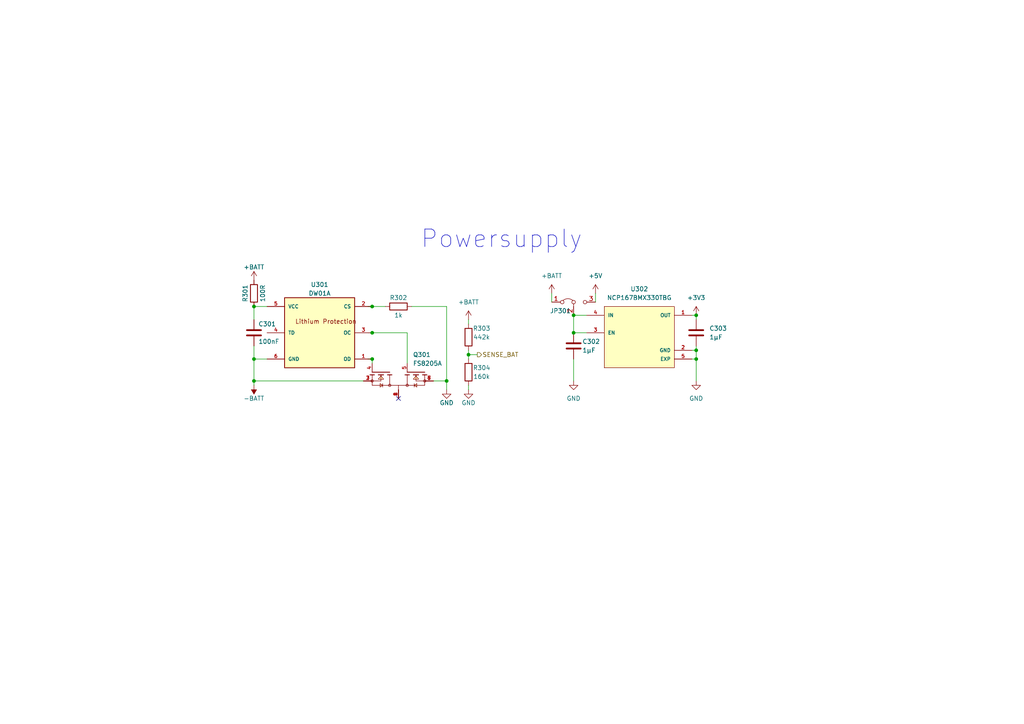
<source format=kicad_sch>
(kicad_sch (version 20211123) (generator eeschema)
  (paper "A4")
  (title_block (title "FabReader2") (date "2022-06-20") (rev "0.2") (company "RLKM UG (haftungsbeschränkt)") (comment 1 "Autoren: Joseph Langosch, Kai Kriegel"))
  (lib_symbols
    (symbol "DW01A:DW01A" (pin_names (offset 1.016))
      (property "Reference" "IC" (at -5.08 11.43 0))
      (property "Value" "DW01A" (at -5.08 -12.7 0))
      (symbol "DW01A_0_0"
        (rectangle (start -10.16 -10.16) (end 10.16 10.16) (stroke (width 0.254)) (fill (type background)))
        (text "Lithium Protection" (at -7.112 2.54 0) (effects (font (size 1.27 1.27)) (justify left bottom)))
        (pin bidirectional line (at 15.24 -7.62 180) (length 5.08) (name "OD") (number "1"))
        (pin bidirectional line (at 15.24 7.62 180) (length 5.08) (name "CS") (number "2"))
        (pin bidirectional line (at 15.24 0 180) (length 5.08) (name "OC") (number "3"))
        (pin bidirectional line (at -15.24 0 0) (length 5.08) (name "TD") (number "4"))
        (pin power_in line (at -15.24 7.62 0) (length 5.08) (name "VCC") (number "5"))
        (pin power_in line (at -15.24 -7.62 0) (length 5.08) (name "GND") (number "6"))
      )
    )
    (symbol "Device:C" (pin_numbers hide) (pin_names (offset 0.254))
      (property "Reference" "C" (at 0.635 2.54 0))
      (property "Value" "C" (at 0.635 -2.54 0))
      (symbol "C_0_1"
        (polyline (pts (xy -2.032 -0.762) (xy 2.032 -0.762)) (stroke (width 0.508)))
        (polyline (pts (xy -2.032 0.762) (xy 2.032 0.762)) (stroke (width 0.508)))
      )
      (symbol "C_1_1"
        (pin passive line (at 0 3.81 270) (length 2.794) (name "~") (number "1"))
        (pin passive line (at 0 -3.81 90) (length 2.794) (name "~") (number "2"))
      )
    )
    (symbol "Device:R" (pin_numbers hide) (pin_names (offset 0))
      (property "Reference" "R" (at 2.032 0 90))
      (property "Value" "R" (at 0 0 90))
      (symbol "R_0_1"
        (rectangle (start -1.016 -2.54) (end 1.016 2.54) (stroke (width 0.254)))
      )
      (symbol "R_1_1"
        (pin passive line (at 0 3.81 270) (length 1.27) (name "~") (number "1"))
        (pin passive line (at 0 -3.81 90) (length 1.27) (name "~") (number "2"))
      )
    )
    (symbol "FS8205A:FS8205A" (pin_names (offset 1.016) hide)
      (property "Reference" "Q" (at -11.43 7.62 0))
      (property "Value" "FS8205A" (at -11.43 -12.7 0))
      (symbol "FS8205A_0_0"
        (circle (center 0 -7.62) (radius 0.3556))
        (polyline (pts (xy -2.54 -2.54) (xy -2.54 -7.62)) (stroke (width 0.254)))
        (polyline (pts (xy -2.54 7.62) (xy -2.54 2.54)) (stroke (width 0.254)))
        (polyline (pts (xy -1.778 -7.62) (xy -1.778 -8.255)) (stroke (width 0.254)))
        (polyline (pts (xy -1.778 -6.985) (xy -1.778 -7.62)) (stroke (width 0.254)))
        (polyline (pts (xy -1.778 -5.08) (xy -1.778 -5.842)) (stroke (width 0.254)))
        (polyline (pts (xy -1.778 -5.08) (xy 0 -5.08)) (stroke (width 0.1524)))
        (polyline (pts (xy -1.778 -4.318) (xy -1.778 -5.08)) (stroke (width 0.254)))
        (polyline (pts (xy -1.778 -2.54) (xy -1.778 -3.175)) (stroke (width 0.254)))
        (polyline (pts (xy -1.778 -2.54) (xy 1.27 -2.54)) (stroke (width 0.1524)))
        (polyline (pts (xy -1.778 -1.905) (xy -1.778 -2.54)) (stroke (width 0.254)))
        (polyline (pts (xy -1.778 2.54) (xy -1.778 1.905)) (stroke (width 0.254)))
        (polyline (pts (xy -1.778 3.175) (xy -1.778 2.54)) (stroke (width 0.254)))
        (polyline (pts (xy -1.778 5.08) (xy -1.778 4.318)) (stroke (width 0.254)))
        (polyline (pts (xy -1.778 5.08) (xy 0 5.08)) (stroke (width 0.1524)))
        (polyline (pts (xy -1.778 5.842) (xy -1.778 5.08)) (stroke (width 0.254)))
        (polyline (pts (xy -1.778 7.62) (xy -1.778 6.985)) (stroke (width 0.254)))
        (polyline (pts (xy -1.778 7.62) (xy 1.27 7.62)) (stroke (width 0.1524)))
        (polyline (pts (xy -1.778 8.255) (xy -1.778 7.62)) (stroke (width 0.254)))
        (polyline (pts (xy 0 -7.62) (xy -1.778 -7.62)) (stroke (width 0.1524)))
        (polyline (pts (xy 0 -7.62) (xy 1.27 -7.62)) (stroke (width 0.1524)))
        (polyline (pts (xy 0 -5.08) (xy 0 -7.62)) (stroke (width 0.1524)))
        (polyline (pts (xy 0 7.62) (xy 0 5.08)) (stroke (width 0.1524)))
        (polyline (pts (xy 0.762 4.572) (xy 1.27 4.572)) (stroke (width 0.1524)))
        (polyline (pts (xy 1.27 -4.572) (xy 0.762 -4.572)) (stroke (width 0.1524)))
        (polyline (pts (xy 1.27 -4.572) (xy 1.27 -7.62)) (stroke (width 0.1524)))
        (polyline (pts (xy 1.27 -2.54) (xy 1.27 -4.572)) (stroke (width 0.1524)))
        (polyline (pts (xy 1.27 -2.54) (xy 1.27 0)) (stroke (width 0.1524)))
        (polyline (pts (xy 1.27 0) (xy 1.27 2.54)) (stroke (width 0.1524)))
        (polyline (pts (xy 1.27 0) (xy 2.54 0)) (stroke (width 0.1524)))
        (polyline (pts (xy 1.27 2.54) (xy -1.778 2.54)) (stroke (width 0.1524)))
        (polyline (pts (xy 1.27 2.54) (xy 1.27 4.572)) (stroke (width 0.1524)))
        (polyline (pts (xy 1.27 4.572) (xy 1.27 7.62)) (stroke (width 0.1524)))
        (polyline (pts (xy 1.27 4.572) (xy 1.778 4.572)) (stroke (width 0.1524)))
        (polyline (pts (xy 1.778 -4.572) (xy 1.27 -4.572)) (stroke (width 0.1524)))
        (polyline (pts (xy -1.524 -5.08) (xy -0.508 -4.318) (xy -0.508 -5.842) (xy -1.524 -5.08)) (stroke (width 0.1524)) (fill (type background)))
        (polyline (pts (xy -1.524 5.08) (xy -0.508 5.842) (xy -0.508 4.318) (xy -1.524 5.08)) (stroke (width 0.1524)) (fill (type background)))
        (polyline (pts (xy 1.27 -4.572) (xy 0.762 -5.334) (xy 1.778 -5.334) (xy 1.27 -4.572)) (stroke (width 0.1524)) (fill (type background)))
        (polyline (pts (xy 1.27 4.572) (xy 1.778 5.334) (xy 0.762 5.334) (xy 1.27 4.572)) (stroke (width 0.1524)) (fill (type background)))
        (circle (center 0 7.62) (radius 0.3556))
        (circle (center 1.27 -2.54) (radius 0.3556))
        (circle (center 1.27 2.54) (radius 0.3556))
        (pin passive line (at 5.08 0 180) (length 2.54) (name "~") (number "1"))
        (pin passive line (at 0 -10.16 90) (length 2.54) (name "~") (number "2"))
        (pin passive line (at 0 -10.16 90) (length 2.54) (name "~") (number "3"))
        (pin passive line (at -5.08 -7.62 0) (length 2.54) (name "~") (number "4"))
        (pin passive line (at -5.08 2.54 0) (length 2.54) (name "~") (number "5"))
        (pin passive line (at 0 10.16 270) (length 2.54) (name "~") (number "6"))
        (pin passive line (at 0 10.16 270) (length 2.54) (name "~") (number "7"))
        (pin passive line (at 5.08 0 180) (length 2.54) (name "~") (number "8"))
      )
    )
    (symbol "Jumper:Jumper_3_Bridged12" (pin_names (offset 0) hide)
      (property "Reference" "JP" (at -2.54 -2.54 0))
      (property "Value" "Jumper_3_Bridged12" (at 0 2.794 0))
      (symbol "Jumper_3_Bridged12_0_0"
        (circle (center -3.302 0) (radius 0.508))
        (circle (center 0 0) (radius 0.508))
        (circle (center 3.302 0) (radius 0.508))
      )
      (symbol "Jumper_3_Bridged12_0_1"
        (arc (start -0.254 0.508) (mid -1.651 0.9912) (end -3.048 0.508))
        (polyline (pts (xy 0 -1.27) (xy 0 -0.508)))
      )
      (symbol "Jumper_3_Bridged12_1_1"
        (pin passive line (at -6.35 0 0) (length 2.54) (name "A") (number "1"))
        (pin passive line (at 0 -3.81 90) (length 2.54) (name "C") (number "2"))
        (pin passive line (at 6.35 0 180) (length 2.54) (name "B") (number "3"))
      )
    )
    (symbol "NCP167BMX330TBG:NCP167BMX330TBG" (pin_names (offset 1.016))
      (property "Reference" "U" (at -10.16 7.62 0))
      (property "Value" "NCP167BMX330TBG" (at -10.16 -12.7 0))
      (symbol "NCP167BMX330TBG_0_0"
        (rectangle (start -10.16 -10.16) (end 10.16 7.62) (stroke (width 0.1524)) (fill (type background)))
        (pin output line (at 15.24 5.08 180) (length 5.08) (name "OUT") (number "1"))
        (pin power_in line (at 15.24 -5.08 180) (length 5.08) (name "GND") (number "2"))
        (pin input line (at -15.24 0 0) (length 5.08) (name "EN") (number "3"))
        (pin input line (at -15.24 5.08 0) (length 5.08) (name "IN") (number "4"))
        (pin power_in line (at 15.24 -7.62 180) (length 5.08) (name "EXP") (number "5"))
      )
    )
    (symbol "power:+3V3" (power) (pin_names (offset 0))
      (property "Value" "+3V3" (at 0 3.556 0))
      (symbol "+3V3_0_1"
        (polyline (pts (xy -0.762 1.27) (xy 0 2.54)))
        (polyline (pts (xy 0 0) (xy 0 2.54)))
        (polyline (pts (xy 0 2.54) (xy 0.762 1.27)))
      )
      (symbol "+3V3_1_1"
        (pin power_in line (at 0 0 90) (length 0) hide (name "+3V3") (number "1"))
      )
    )
    (symbol "power:+5V" (power) (pin_names (offset 0))
      (property "Value" "+5V" (at 0 3.556 0))
      (symbol "+5V_0_1"
        (polyline (pts (xy -0.762 1.27) (xy 0 2.54)))
        (polyline (pts (xy 0 0) (xy 0 2.54)))
        (polyline (pts (xy 0 2.54) (xy 0.762 1.27)))
      )
      (symbol "+5V_1_1"
        (pin power_in line (at 0 0 90) (length 0) hide (name "+5V") (number "1"))
      )
    )
    (symbol "power:+BATT" (power) (pin_names (offset 0))
      (property "Value" "+BATT" (at 0 3.556 0))
      (symbol "+BATT_0_1"
        (polyline (pts (xy -0.762 1.27) (xy 0 2.54)))
        (polyline (pts (xy 0 0) (xy 0 2.54)))
        (polyline (pts (xy 0 2.54) (xy 0.762 1.27)))
      )
      (symbol "+BATT_1_1"
        (pin power_in line (at 0 0 90) (length 0) hide (name "+BATT") (number "1"))
      )
    )
    (symbol "power:-BATT" (power) (pin_names (offset 0))
      (property "Value" "-BATT" (at 0 3.556 0))
      (symbol "-BATT_0_1"
        (polyline (pts (xy 0 0) (xy 0 2.54)))
        (polyline (pts (xy 0.762 1.27) (xy -0.762 1.27) (xy 0 2.54) (xy 0.762 1.27)) (fill (type outline)))
      )
      (symbol "-BATT_1_1"
        (pin power_in line (at 0 0 90) (length 0) hide (name "-BATT") (number "1"))
      )
    )
    (symbol "power:GND" (power) (pin_names (offset 0))
      (property "Value" "GND" (at 0 -3.81 0))
      (symbol "GND_0_1"
        (polyline (pts (xy 0 0) (xy 0 -1.27) (xy 1.27 -1.27) (xy 0 -2.54) (xy -1.27 -1.27) (xy 0 -1.27)))
      )
      (symbol "GND_1_1"
        (pin power_in line (at 0 0 270) (length 0) hide (name "GND") (number "1"))
      )
    )
  )
  (junction (at 201.93 104.14))
  (junction (at 107.95 88.9))
  (junction (at 166.37 91.44))
  (junction (at 166.37 96.52))
  (junction (at 201.93 91.44))
  (junction (at 73.66 110.49))
  (junction (at 73.66 88.9))
  (junction (at 201.93 101.6))
  (junction (at 107.95 104.14))
  (junction (at 107.95 96.52))
  (junction (at 135.89 102.87))
  (junction (at 73.66 104.14))
  (junction (at 129.54 110.49))
  (no_connect (at 115.57 115.57))
  (wire (pts (xy 166.37 96.52) (xy 166.37 91.44)))
  (wire (pts (xy 166.37 91.44) (xy 170.18 91.44)))
  (wire (pts (xy 201.93 101.6) (xy 200.66 101.6)))
  (wire (pts (xy 129.54 110.49) (xy 129.54 113.03)))
  (wire (pts (xy 201.93 92.71) (xy 201.93 91.44)))
  (wire (pts (xy 119.38 88.9) (xy 129.54 88.9)))
  (wire (pts (xy 135.89 113.03) (xy 135.89 111.76)))
  (wire (pts (xy 73.66 110.49) (xy 105.41 110.49)))
  (wire (pts (xy 73.66 88.9) (xy 73.66 92.71)))
  (wire (pts (xy 135.89 102.87) (xy 135.89 104.14)))
  (wire (pts (xy 129.54 88.9) (xy 129.54 110.49)))
  (wire (pts (xy 73.66 100.33) (xy 73.66 104.14)))
  (wire (pts (xy 73.66 88.9) (xy 77.47 88.9)))
  (wire (pts (xy 201.93 104.14) (xy 201.93 110.49)))
  (wire (pts (xy 201.93 104.14) (xy 201.93 101.6)))
  (wire (pts (xy 201.93 100.33) (xy 201.93 101.6)))
  (wire (pts (xy 107.95 104.14) (xy 107.95 105.41)))
  (wire (pts (xy 73.66 110.49) (xy 73.66 104.14)))
  (wire (pts (xy 107.95 88.9) (xy 111.76 88.9)))
  (wire (pts (xy 135.89 101.6) (xy 135.89 102.87)))
  (wire (pts (xy 201.93 104.14) (xy 200.66 104.14)))
  (wire (pts (xy 73.66 104.14) (xy 77.47 104.14)))
  (wire (pts (xy 135.89 92.71) (xy 135.89 93.98)))
  (wire (pts (xy 118.11 96.52) (xy 107.95 96.52)))
  (wire (pts (xy 160.02 85.09) (xy 160.02 87.63)))
  (wire (pts (xy 73.66 111.76) (xy 73.66 110.49)))
  (wire (pts (xy 118.11 105.41) (xy 118.11 96.52)))
  (wire (pts (xy 172.72 85.09) (xy 172.72 87.63)))
  (wire (pts (xy 201.93 91.44) (xy 200.66 91.44)))
  (wire (pts (xy 166.37 104.14) (xy 166.37 110.49)))
  (wire (pts (xy 106.68 88.9) (xy 107.95 88.9)))
  (wire (pts (xy 106.68 104.14) (xy 107.95 104.14)))
  (wire (pts (xy 138.43 102.87) (xy 135.89 102.87)))
  (wire (pts (xy 170.18 96.52) (xy 166.37 96.52)))
  (wire (pts (xy 106.68 96.52) (xy 107.95 96.52)))
  (wire (pts (xy 125.73 110.49) (xy 129.54 110.49)))
  (text "Powersupply" (at 121.92 72.39 0) (effects (font (size 5.08 5.08)) (justify left bottom)))
  (hierarchical_label "SENSE_BAT" (shape output) (at 138.43 102.87 0))
  (symbol (lib_id "power:+5V") (at 172.72 85.09 0) (unit 1)
    (property "Reference" "#PWR0308" (effects hide))
    (property "Value" "+5V" (at 172.72 80.01 0))
  )
  (symbol (lib_id "Device:R") (at 73.66 85.09 180) (unit 1)
    (property "Reference" "R301" (at 71.12 85.09 90))
    (property "Value" "100R" (at 76.2 85.09 90))
    (property "Footprint" "Resistor_SMD:R_0402_1005Metric" (effects hide))
    (property "Datasheet" "https://datasheet.lcsc.com/lcsc/1809291220_YAGEO-RC0402FR-07100RL_C106232.pdf" (effects hide))
    (property "MANUFACTURER" "YAGEO" (effects hide))
    (property "MPN" "RC0402FR-07100RL" (effects hide))
  )
  (symbol (lib_id "Jumper:Jumper_3_Bridged12") (at 166.37 87.63 0) (unit 1)
    (property "Reference" "JP301" (at 162.56 90.17 0))
    (property "Value" "Jumper_3_Bridged12" (effects hide))
    (property "Footprint" "Connector_PinHeader_2.54mm:PinHeader_1x03_P2.54mm_Vertical" (effects hide))
  )
  (symbol (lib_id "Device:R") (at 115.57 88.9 90) (unit 1)
    (property "Reference" "R302" (at 115.57 86.36 90))
    (property "Value" "1k" (at 115.57 91.44 90))
    (property "Footprint" "Resistor_SMD:R_0402_1005Metric" (effects hide))
    (property "Datasheet" "https://datasheet.lcsc.com/lcsc/1809301717_YAGEO-RC0402JR-071KL_C105637.pdf" (effects hide))
    (property "MANUFACTURER" "YAGEO" (effects hide))
    (property "MPN" "AC0402FR-071KL" (effects hide))
  )
  (symbol (lib_id "Device:C") (at 73.66 96.52 0) (unit 1)
    (property "Reference" "C301" (at 74.93 93.98 0) (effects (justify left)))
    (property "Value" "100nF" (at 74.93 99.06 0) (effects (justify left)))
    (property "Footprint" "Capacitor_SMD:C_0402_1005Metric" (effects hide))
    (property "Datasheet" "https://datasheet.lcsc.com/lcsc/2006151134_YAGEO-CC0402KRX5R5BB104_C541405.pdf" (effects hide))
    (property "MANUFACTURER" "YAGEO" (effects hide))
    (property "MPN" "CC0402KRX5R5BB104" (effects hide))
    (property "Type" "X5R" (effects hide))
  )
  (symbol (lib_id "Device:R") (at 135.89 97.79 180) (unit 1)
    (property "Reference" "R303" (at 139.7 95.25 0))
    (property "Value" "442k" (at 139.7 97.79 0))
    (property "Footprint" "Resistor_SMD:R_0402_1005Metric" (effects hide))
    (property "Datasheet" "https://datasheet.lcsc.com/lcsc/1912111437_YAGEO-RC0402FR-07442KL_C273339.pdf" (effects hide))
    (property "MANUFACTURER" "YAGEo" (effects hide))
    (property "MPN" "RC0402FR-07442KL" (effects hide))
  )
  (symbol (lib_id "Device:C") (at 201.93 96.52 0) (unit 1)
    (property "Reference" "C303" (at 205.74 95.2499 0) (effects (justify left)))
    (property "Value" "1µF" (at 205.74 97.7899 0) (effects (justify left)))
    (property "Footprint" "Capacitor_SMD:C_0402_1005Metric" (effects hide))
    (property "Datasheet" "https://datasheet.lcsc.com/lcsc/1811081616_Murata-Electronics-GRM155R61E105KA12D_C77009.pdf" (effects hide))
    (property "MANUFACTURER" "Murata Electronics" (effects hide))
    (property "MPN" "GRM155R61E105KA12D" (effects hide))
    (property "Type" "X5R" (effects hide))
  )
  (symbol (lib_id "FS8205A:FS8205A") (at 115.57 110.49 270) (unit 1)
    (property "Reference" "Q301" (at 119.7611 102.87 90) (effects (justify left)))
    (property "Value" "FS8205A" (at 119.7611 105.41 90) (effects (justify left)))
    (property "Footprint" "FS8205A:SOP65P640X120-8N" (effects hide))
    (property "Datasheet" "https://datasheet.lcsc.com/lcsc/1809050110_Fortune-Semicon-FS8205A_C16052.pdf" (effects hide))
    (property "STANDARD" "IPC 7351B" (effects hide))
    (property "MAXIMUM_PACKAGE_HEIGHT" "1.2mm" (effects hide))
    (property "PARTREV" "1.7" (effects hide))
    (property "MANUFACTURER" "Fortune Semiconductor" (effects hide))
    (property "MPN" "FS8205A" (effects hide))
  )
  (symbol (lib_id "power:+3V3") (at 201.93 91.44 0) (unit 1)
    (property "Reference" "#PWR0309" (effects hide))
    (property "Value" "+3V3" (at 201.93 86.36 0))
  )
  (symbol (lib_id "Device:R") (at 135.89 107.95 0) (unit 1)
    (property "Reference" "R304" (at 139.7 106.68 0))
    (property "Value" "160k" (at 139.7 109.22 0))
    (property "Footprint" "Resistor_SMD:R_0402_1005Metric" (effects hide))
    (property "Datasheet" "https://datasheet.lcsc.com/lcsc/1811091831_YAGEO-RC0402FR-07160KL_C273334.pdf" (effects hide))
    (property "MANUFACTURER" "YAGEO" (effects hide))
    (property "MPN" "RC0402FR-07160KL" (effects hide))
  )
  (symbol (lib_id "NCP167BMX330TBG:NCP167BMX330TBG") (at 185.42 96.52 0) (unit 1)
    (property "Reference" "U302" (at 185.42 83.82 0))
    (property "Value" "NCP167BMX330TBG" (at 185.42 86.36 0))
    (property "Footprint" "NCP167BMX330TBG:REG_NCP167BMX330TBG" (effects hide))
    (property "Datasheet" "https://datasheet.lcsc.com/lcsc/2107280040_onsemi-NCP167BMX330TBG_C892227.pdf" (effects hide))
    (property "MAXIMUM_PACKAGE_HEIGHT" "0.43mm" (effects hide))
    (property "MANUFACTURER" "ON Semiconductor" (effects hide))
    (property "PARTREV" "3" (effects hide))
    (property "STANDARD" "Manufacturer recommendations" (effects hide))
    (property "MPN" "NCP167BMX330TBG" (effects hide))
  )
  (symbol (lib_id "Device:C") (at 166.37 100.33 0) (unit 1)
    (property "Reference" "C302" (at 168.91 99.06 0) (effects (justify left)))
    (property "Value" "1µF" (at 168.91 101.6 0) (effects (justify left)))
    (property "Footprint" "Capacitor_SMD:C_0402_1005Metric" (effects hide))
    (property "Datasheet" "https://datasheet.lcsc.com/lcsc/1811081616_Murata-Electronics-GRM155R61E105KA12D_C77009.pdf" (effects hide))
    (property "MANUFACTURER" "Murata Electronics" (effects hide))
    (property "MPN" "GRM155R61E105KA12D" (effects hide))
    (property "Type" "X5R" (effects hide))
  )
  (symbol (lib_id "DW01A:DW01A") (at 92.71 96.52 0) (unit 1)
    (property "Reference" "U301" (at 92.71 82.55 0))
    (property "Value" "DW01A" (at 92.71 85.09 0))
    (property "Footprint" "DW01A:SOT23-6" (effects hide))
    (property "Datasheet" "https://datasheet.lcsc.com/lcsc/2201121330_YONGYUTAI-DW01A_C2927799.pdf" (effects hide))
    (property "VALUE" "DW01A" (effects hide))
    (property "LCSC" "C351410" (effects hide))
    (property "MPN" "DW01A" (effects hide))
    (property "MANUFACTURER" "YONGYUTAI" (effects hide))
  )
  (symbol (lib_id "power:+BATT") (at 135.89 92.71 0) (unit 1)
    (property "Reference" "#PWR0304" (effects hide))
    (property "Value" "+BATT" (at 135.89 87.63 0))
  )
  (symbol (lib_id "power:-BATT") (at 73.66 111.76 180) (unit 1)
    (property "Reference" "#PWR0302" (effects hide))
    (property "Value" "-BATT" (at 73.66 115.57 0))
  )
  (symbol (lib_id "power:GND") (at 135.89 113.03 0) (unit 1)
    (property "Reference" "#PWR0305" (effects hide))
    (property "Value" "GND" (at 135.89 116.84 0))
  )
  (symbol (lib_id "power:+BATT") (at 160.02 85.09 0) (unit 1)
    (property "Reference" "#PWR0306" (effects hide))
    (property "Value" "+BATT" (at 160.02 80.01 0))
  )
  (symbol (lib_id "power:GND") (at 166.37 110.49 0) (unit 1)
    (property "Reference" "#PWR0307" (effects hide))
    (property "Value" "GND" (at 166.37 115.57 0))
  )
  (symbol (lib_id "power:+BATT") (at 73.66 81.28 0) (unit 1)
    (property "Reference" "#PWR0301" (effects hide))
    (property "Value" "+BATT" (at 73.66 77.47 0))
  )
  (symbol (lib_id "power:GND") (at 129.54 113.03 0) (unit 1)
    (property "Reference" "#PWR0303" (effects hide))
    (property "Value" "GND" (at 129.54 116.84 0))
  )
  (symbol (lib_id "power:GND") (at 201.93 110.49 0) (unit 1)
    (property "Reference" "#PWR0310" (effects hide))
    (property "Value" "GND" (at 201.93 115.57 0))
  )
)
</source>
